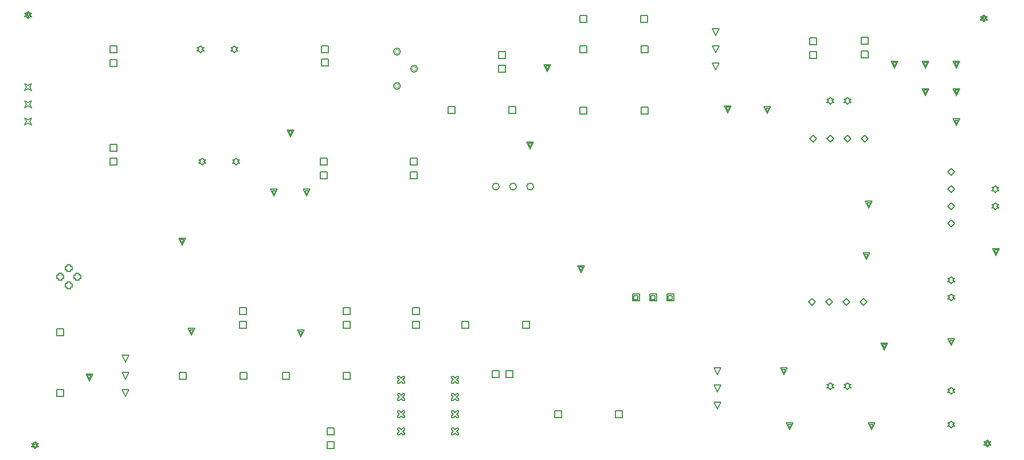
<source format=gbr>
%TF.GenerationSoftware,Altium Limited,Altium Designer,21.2.2 (38)*%
G04 Layer_Color=2752767*
%FSLAX26Y26*%
%MOIN*%
%TF.SameCoordinates,77551777-079B-400F-9D4E-00EB0A9A3649*%
%TF.FilePolarity,Positive*%
%TF.FileFunction,Drawing*%
%TF.Part,Single*%
G01*
G75*
%TA.AperFunction,NonConductor*%
%ADD96C,0.005000*%
%ADD97C,0.006667*%
%ADD98C,0.004000*%
D96*
X6725000Y4411260D02*
Y4451260D01*
X6765000D01*
Y4411260D01*
X6725000D01*
Y4490000D02*
Y4530000D01*
X6765000D01*
Y4490000D01*
X6725000D01*
X7025000Y4415000D02*
Y4455000D01*
X7065000D01*
Y4415000D01*
X7025000D01*
Y4493740D02*
Y4533740D01*
X7065000D01*
Y4493740D01*
X7025000D01*
X6190000Y2570000D02*
X6170000Y2610000D01*
X6210000D01*
X6190000Y2570000D01*
Y2470000D02*
X6170000Y2510000D01*
X6210000D01*
X6190000Y2470000D01*
Y2370000D02*
X6170000Y2410000D01*
X6210000D01*
X6190000Y2370000D01*
X7550000Y3000000D02*
X7560000Y3010000D01*
X7570000D01*
X7560000Y3020000D01*
X7570000Y3030000D01*
X7560000D01*
X7550000Y3040000D01*
X7540000Y3030000D01*
X7530000D01*
X7540000Y3020000D01*
X7530000Y3010000D01*
X7540000D01*
X7550000Y3000000D01*
Y3100000D02*
X7560000Y3110000D01*
X7570000D01*
X7560000Y3120000D01*
X7570000Y3130000D01*
X7560000D01*
X7550000Y3140000D01*
X7540000Y3130000D01*
X7530000D01*
X7540000Y3120000D01*
X7530000Y3110000D01*
X7540000D01*
X7550000Y3100000D01*
X3181575Y4445000D02*
X3191575Y4455000D01*
X3201575D01*
X3191575Y4465000D01*
X3201575Y4475000D01*
X3191575D01*
X3181575Y4485000D01*
X3171575Y4475000D01*
X3161575D01*
X3171575Y4465000D01*
X3161575Y4455000D01*
X3171575D01*
X3181575Y4445000D01*
X3378425D02*
X3388425Y4455000D01*
X3398425D01*
X3388425Y4465000D01*
X3398425Y4475000D01*
X3388425D01*
X3378425Y4485000D01*
X3368425Y4475000D01*
X3358425D01*
X3368425Y4465000D01*
X3358425Y4455000D01*
X3368425D01*
X3378425Y4445000D01*
X4915549Y4410191D02*
Y4450191D01*
X4955549D01*
Y4410191D01*
X4915549D01*
X3880000Y3710000D02*
Y3750000D01*
X3920000D01*
Y3710000D01*
X3880000D01*
Y3788740D02*
Y3828740D01*
X3920000D01*
Y3788740D01*
X3880000D01*
X3885000Y4445000D02*
Y4485000D01*
X3925000D01*
Y4445000D01*
X3885000D01*
Y4366260D02*
Y4406260D01*
X3925000D01*
Y4366260D01*
X3885000D01*
X3388425Y3790000D02*
X3398425Y3800000D01*
X3408425D01*
X3398425Y3810000D01*
X3408425Y3820000D01*
X3398425D01*
X3388425Y3830000D01*
X3378425Y3820000D01*
X3368425D01*
X3378425Y3810000D01*
X3368425Y3800000D01*
X3378425D01*
X3388425Y3790000D01*
X3191575D02*
X3201575Y3800000D01*
X3211575D01*
X3201575Y3810000D01*
X3211575Y3820000D01*
X3201575D01*
X3191575Y3830000D01*
X3181575Y3820000D01*
X3171575D01*
X3181575Y3810000D01*
X3171575Y3800000D01*
X3181575D01*
X3191575Y3790000D01*
X2655000Y4443740D02*
Y4483740D01*
X2695000D01*
Y4443740D01*
X2655000D01*
Y4365000D02*
Y4405000D01*
X2695000D01*
Y4365000D01*
X2655000D01*
Y3870000D02*
Y3910000D01*
X2695000D01*
Y3870000D01*
X2655000D01*
Y3791260D02*
Y3831260D01*
X2695000D01*
Y3791260D01*
X2655000D01*
X2160000Y4225000D02*
X2170000Y4245000D01*
X2160000Y4265000D01*
X2180000Y4255000D01*
X2200000Y4265000D01*
X2190000Y4245000D01*
X2200000Y4225000D01*
X2180000Y4235000D01*
X2160000Y4225000D01*
Y4125000D02*
X2170000Y4145000D01*
X2160000Y4165000D01*
X2180000Y4155000D01*
X2200000Y4165000D01*
X2190000Y4145000D01*
X2200000Y4125000D01*
X2180000Y4135000D01*
X2160000Y4125000D01*
Y4025000D02*
X2170000Y4045000D01*
X2160000Y4065000D01*
X2180000Y4055000D01*
X2200000Y4065000D01*
X2190000Y4045000D01*
X2200000Y4025000D01*
X2180000Y4035000D01*
X2160000Y4025000D01*
X2355000Y3130000D02*
Y3120000D01*
X2375000D01*
Y3130000D01*
X2385000D01*
Y3150000D01*
X2375000D01*
Y3160000D01*
X2355000D01*
Y3150000D01*
X2345000D01*
Y3130000D01*
X2355000D01*
X2405000Y3180000D02*
Y3170000D01*
X2425000D01*
Y3180000D01*
X2435000D01*
Y3200000D01*
X2425000D01*
Y3210000D01*
X2405000D01*
Y3200000D01*
X2395000D01*
Y3180000D01*
X2405000D01*
X2455000Y3130000D02*
Y3120000D01*
X2475000D01*
Y3130000D01*
X2485000D01*
Y3150000D01*
X2475000D01*
Y3160000D01*
X2455000D01*
Y3150000D01*
X2445000D01*
Y3130000D01*
X2455000D01*
X2405000Y3080000D02*
Y3070000D01*
X2425000D01*
Y3080000D01*
X2435000D01*
Y3100000D01*
X2425000D01*
Y3110000D01*
X2405000D01*
Y3100000D01*
X2395000D01*
Y3080000D01*
X2405000D01*
X2745514Y2644117D02*
X2725514Y2684117D01*
X2765514D01*
X2745514Y2644117D01*
Y2544117D02*
X2725514Y2584117D01*
X2765514D01*
X2745514Y2544117D01*
Y2444117D02*
X2725514Y2484117D01*
X2765514D01*
X2745514Y2444117D01*
X2345000Y2797165D02*
Y2837165D01*
X2385000D01*
Y2797165D01*
X2345000D01*
Y2442835D02*
Y2482835D01*
X2385000D01*
Y2442835D01*
X2345000D01*
X3410000Y2840000D02*
Y2880000D01*
X3450000D01*
Y2840000D01*
X3410000D01*
Y2918740D02*
Y2958740D01*
X3450000D01*
Y2918740D01*
X3410000D01*
X3657835Y2545000D02*
Y2585000D01*
X3697835D01*
Y2545000D01*
X3657835D01*
X4012165D02*
Y2585000D01*
X4052165D01*
Y2545000D01*
X4012165D01*
X5057165Y2840000D02*
Y2880000D01*
X5097165D01*
Y2840000D01*
X5057165D01*
X4702835D02*
Y2880000D01*
X4742835D01*
Y2840000D01*
X4702835D01*
X4414078D02*
Y2880000D01*
X4454078D01*
Y2840000D01*
X4414078D01*
Y2918740D02*
Y2958740D01*
X4454078D01*
Y2918740D01*
X4414078D01*
X4977165Y4090000D02*
Y4130000D01*
X5017165D01*
Y4090000D01*
X4977165D01*
X4622835D02*
Y4130000D01*
X4662835D01*
Y4090000D01*
X4622835D01*
X4402300Y3711187D02*
Y3751187D01*
X4442300D01*
Y3711187D01*
X4402300D01*
Y3789927D02*
Y3829927D01*
X4442300D01*
Y3789927D01*
X4402300D01*
X4958740Y2553822D02*
Y2593822D01*
X4998740D01*
Y2553822D01*
X4958740D01*
X4880000D02*
Y2593822D01*
X4920000D01*
Y2553822D01*
X4880000D01*
X4641952Y2520750D02*
X4651952D01*
X4661952Y2530750D01*
X4671952Y2520750D01*
X4681952D01*
Y2530750D01*
X4671952Y2540750D01*
X4681952Y2550750D01*
Y2560750D01*
X4671952D01*
X4661952Y2550750D01*
X4651952Y2560750D01*
X4641952D01*
Y2550750D01*
X4651952Y2540750D01*
X4641952Y2530750D01*
Y2520750D01*
Y2420750D02*
X4651952D01*
X4661952Y2430750D01*
X4671952Y2420750D01*
X4681952D01*
Y2430750D01*
X4671952Y2440750D01*
X4681952Y2450750D01*
Y2460750D01*
X4671952D01*
X4661952Y2450750D01*
X4651952Y2460750D01*
X4641952D01*
Y2450750D01*
X4651952Y2440750D01*
X4641952Y2430750D01*
Y2420750D01*
Y2320750D02*
X4651952D01*
X4661952Y2330750D01*
X4671952Y2320750D01*
X4681952D01*
Y2330750D01*
X4671952Y2340750D01*
X4681952Y2350750D01*
Y2360750D01*
X4671952D01*
X4661952Y2350750D01*
X4651952Y2360750D01*
X4641952D01*
Y2350750D01*
X4651952Y2340750D01*
X4641952Y2330750D01*
Y2320750D01*
Y2220750D02*
X4651952D01*
X4661952Y2230750D01*
X4671952Y2220750D01*
X4681952D01*
Y2230750D01*
X4671952Y2240750D01*
X4681952Y2250750D01*
Y2260750D01*
X4671952D01*
X4661952Y2250750D01*
X4651952Y2260750D01*
X4641952D01*
Y2250750D01*
X4651952Y2240750D01*
X4641952Y2230750D01*
Y2220750D01*
X4329433D02*
X4339433D01*
X4349433Y2230750D01*
X4359433Y2220750D01*
X4369433D01*
Y2230750D01*
X4359433Y2240750D01*
X4369433Y2250750D01*
Y2260750D01*
X4359433D01*
X4349433Y2250750D01*
X4339433Y2260750D01*
X4329433D01*
Y2250750D01*
X4339433Y2240750D01*
X4329433Y2230750D01*
Y2220750D01*
Y2320750D02*
X4339433D01*
X4349433Y2330750D01*
X4359433Y2320750D01*
X4369433D01*
Y2330750D01*
X4359433Y2340750D01*
X4369433Y2350750D01*
Y2360750D01*
X4359433D01*
X4349433Y2350750D01*
X4339433Y2360750D01*
X4329433D01*
Y2350750D01*
X4339433Y2340750D01*
X4329433Y2330750D01*
Y2320750D01*
Y2420750D02*
X4339433D01*
X4349433Y2430750D01*
X4359433Y2420750D01*
X4369433D01*
Y2430750D01*
X4359433Y2440750D01*
X4369433Y2450750D01*
Y2460750D01*
X4359433D01*
X4349433Y2450750D01*
X4339433Y2460750D01*
X4329433D01*
Y2450750D01*
X4339433Y2440750D01*
X4329433Y2430750D01*
Y2420750D01*
Y2520750D02*
X4339433D01*
X4349433Y2530750D01*
X4359433Y2520750D01*
X4369433D01*
Y2530750D01*
X4359433Y2540750D01*
X4369433Y2550750D01*
Y2560750D01*
X4359433D01*
X4349433Y2550750D01*
X4339433Y2560750D01*
X4329433D01*
Y2550750D01*
X4339433Y2540750D01*
X4329433Y2530750D01*
Y2520750D01*
X5241725Y2321592D02*
Y2361592D01*
X5281725D01*
Y2321592D01*
X5241725D01*
X5596056D02*
Y2361592D01*
X5636056D01*
Y2321592D01*
X5596056D01*
X7020000Y2995000D02*
X7040000Y3015000D01*
X7060000Y2995000D01*
X7040000Y2975000D01*
X7020000Y2995000D01*
X6920000D02*
X6940000Y3015000D01*
X6960000Y2995000D01*
X6940000Y2975000D01*
X6920000Y2995000D01*
X6820000D02*
X6840000Y3015000D01*
X6860000Y2995000D01*
X6840000Y2975000D01*
X6820000Y2995000D01*
X6720000D02*
X6740000Y3015000D01*
X6760000Y2995000D01*
X6740000Y2975000D01*
X6720000Y2995000D01*
X7530000Y3750000D02*
X7550000Y3770000D01*
X7570000Y3750000D01*
X7550000Y3730000D01*
X7530000Y3750000D01*
Y3650000D02*
X7550000Y3670000D01*
X7570000Y3650000D01*
X7550000Y3630000D01*
X7530000Y3650000D01*
Y3550000D02*
X7550000Y3570000D01*
X7570000Y3550000D01*
X7550000Y3530000D01*
X7530000Y3550000D01*
Y3450000D02*
X7550000Y3470000D01*
X7570000Y3450000D01*
X7550000Y3430000D01*
X7530000Y3450000D01*
X6845000Y4145000D02*
X6855000Y4155000D01*
X6865000D01*
X6855000Y4165000D01*
X6865000Y4175000D01*
X6855000D01*
X6845000Y4185000D01*
X6835000Y4175000D01*
X6825000D01*
X6835000Y4165000D01*
X6825000Y4155000D01*
X6835000D01*
X6845000Y4145000D01*
X6945000D02*
X6955000Y4155000D01*
X6965000D01*
X6955000Y4165000D01*
X6965000Y4175000D01*
X6955000D01*
X6945000Y4185000D01*
X6935000Y4175000D01*
X6925000D01*
X6935000Y4165000D01*
X6925000Y4155000D01*
X6935000D01*
X6945000Y4145000D01*
X7550000Y2458425D02*
X7560000Y2468425D01*
X7570000D01*
X7560000Y2478425D01*
X7570000Y2488425D01*
X7560000D01*
X7550000Y2498425D01*
X7540000Y2488425D01*
X7530000D01*
X7540000Y2478425D01*
X7530000Y2468425D01*
X7540000D01*
X7550000Y2458425D01*
Y2261575D02*
X7560000Y2271575D01*
X7570000D01*
X7560000Y2281575D01*
X7570000Y2291575D01*
X7560000D01*
X7550000Y2301575D01*
X7540000Y2291575D01*
X7530000D01*
X7540000Y2281575D01*
X7530000Y2271575D01*
X7540000D01*
X7550000Y2261575D01*
X6945000Y2485000D02*
X6955000Y2495000D01*
X6965000D01*
X6955000Y2505000D01*
X6965000Y2515000D01*
X6955000D01*
X6945000Y2525000D01*
X6935000Y2515000D01*
X6925000D01*
X6935000Y2505000D01*
X6925000Y2495000D01*
X6935000D01*
X6945000Y2485000D01*
X6845000D02*
X6855000Y2495000D01*
X6865000D01*
X6855000Y2505000D01*
X6865000Y2515000D01*
X6855000D01*
X6845000Y2525000D01*
X6835000Y2515000D01*
X6825000D01*
X6835000Y2505000D01*
X6825000Y2495000D01*
X6835000D01*
X6845000Y2485000D01*
X7805000Y3530000D02*
X7815000Y3540000D01*
X7825000D01*
X7815000Y3550000D01*
X7825000Y3560000D01*
X7815000D01*
X7805000Y3570000D01*
X7795000Y3560000D01*
X7785000D01*
X7795000Y3550000D01*
X7785000Y3540000D01*
X7795000D01*
X7805000Y3530000D01*
Y3630000D02*
X7815000Y3640000D01*
X7825000D01*
X7815000Y3650000D01*
X7825000Y3660000D01*
X7815000D01*
X7805000Y3670000D01*
X7795000Y3660000D01*
X7785000D01*
X7795000Y3650000D01*
X7785000Y3640000D01*
X7795000D01*
X7805000Y3630000D01*
X5895000Y3000000D02*
Y3040000D01*
X5935000D01*
Y3000000D01*
X5895000D01*
X5903000Y3008000D02*
Y3032000D01*
X5927000D01*
Y3008000D01*
X5903000D01*
X5795000Y3000000D02*
Y3040000D01*
X5835000D01*
Y3000000D01*
X5795000D01*
X5803000Y3008000D02*
Y3032000D01*
X5827000D01*
Y3008000D01*
X5803000D01*
X5695000Y3000000D02*
Y3040000D01*
X5735000D01*
Y3000000D01*
X5695000D01*
X5703000Y3008000D02*
Y3032000D01*
X5727000D01*
Y3008000D01*
X5703000D01*
X4012316Y2840000D02*
Y2880000D01*
X4052316D01*
Y2840000D01*
X4012316D01*
Y2918740D02*
Y2958740D01*
X4052316D01*
Y2918740D01*
X4012316D01*
X3919646Y2218759D02*
Y2258759D01*
X3959646D01*
Y2218759D01*
X3919646D01*
Y2140019D02*
Y2180019D01*
X3959646D01*
Y2140019D01*
X3919646D01*
X3057835Y2545000D02*
Y2585000D01*
X3097835D01*
Y2545000D01*
X3057835D01*
X3412165D02*
Y2585000D01*
X3452165D01*
Y2545000D01*
X3412165D01*
X4915549Y4331451D02*
Y4371451D01*
X4955549D01*
Y4331451D01*
X4915549D01*
X5745000Y4087835D02*
Y4127835D01*
X5785000D01*
Y4087835D01*
X5745000D01*
Y4442165D02*
Y4482165D01*
X5785000D01*
Y4442165D01*
X5745000D01*
X5743786Y4620578D02*
Y4660578D01*
X5783786D01*
Y4620578D01*
X5743786D01*
X5389455D02*
Y4660578D01*
X5429455D01*
Y4620578D01*
X5389455D01*
X5388108Y4442165D02*
Y4482165D01*
X5428108D01*
Y4442165D01*
X5388108D01*
Y4087835D02*
Y4127835D01*
X5428108D01*
Y4087835D01*
X5388108D01*
X6180000Y4345000D02*
X6160000Y4385000D01*
X6200000D01*
X6180000Y4345000D01*
Y4445000D02*
X6160000Y4485000D01*
X6200000D01*
X6180000Y4445000D01*
Y4545000D02*
X6160000Y4585000D01*
X6200000D01*
X6180000Y4545000D01*
X6725000Y3945000D02*
X6745000Y3965000D01*
X6765000Y3945000D01*
X6745000Y3925000D01*
X6725000Y3945000D01*
X6825000D02*
X6845000Y3965000D01*
X6865000Y3945000D01*
X6845000Y3925000D01*
X6825000Y3945000D01*
X6925000D02*
X6945000Y3965000D01*
X6965000Y3945000D01*
X6945000Y3925000D01*
X6925000Y3945000D01*
X7025000D02*
X7045000Y3965000D01*
X7065000Y3945000D01*
X7045000Y3925000D01*
X7025000Y3945000D01*
X5395000Y3165000D02*
X5375000Y3205000D01*
X5415000D01*
X5395000Y3165000D01*
Y3173000D02*
X5383000Y3197000D01*
X5407000D01*
X5395000Y3173000D01*
X7055000Y3240000D02*
X7035000Y3280000D01*
X7075000D01*
X7055000Y3240000D01*
Y3248000D02*
X7043000Y3272000D01*
X7067000D01*
X7055000Y3248000D01*
X5100000Y3885000D02*
X5080000Y3925000D01*
X5120000D01*
X5100000Y3885000D01*
Y3893000D02*
X5088000Y3917000D01*
X5112000D01*
X5100000Y3893000D01*
X5200000Y4335000D02*
X5180000Y4375000D01*
X5220000D01*
X5200000Y4335000D01*
Y4343000D02*
X5188000Y4367000D01*
X5212000D01*
X5200000Y4343000D01*
X2535000Y2535000D02*
X2515000Y2575000D01*
X2555000D01*
X2535000Y2535000D01*
Y2543000D02*
X2523000Y2567000D01*
X2547000D01*
X2535000Y2543000D01*
X3075000Y3325000D02*
X3055000Y3365000D01*
X3095000D01*
X3075000Y3325000D01*
Y3333000D02*
X3063000Y3357000D01*
X3087000D01*
X3075000Y3333000D01*
X3130000Y2800000D02*
X3110000Y2840000D01*
X3150000D01*
X3130000Y2800000D01*
Y2808000D02*
X3118000Y2832000D01*
X3142000D01*
X3130000Y2808000D01*
X6480000Y4090000D02*
X6460000Y4130000D01*
X6500000D01*
X6480000Y4090000D01*
Y4098000D02*
X6468000Y4122000D01*
X6492000D01*
X6480000Y4098000D01*
X6250000Y4095000D02*
X6230000Y4135000D01*
X6270000D01*
X6250000Y4095000D01*
Y4103000D02*
X6238000Y4127000D01*
X6262000D01*
X6250000Y4103000D01*
X7070000Y3540000D02*
X7050000Y3580000D01*
X7090000D01*
X7070000Y3540000D01*
Y3548000D02*
X7058000Y3572000D01*
X7082000D01*
X7070000Y3548000D01*
X6610000Y2250000D02*
X6590000Y2290000D01*
X6630000D01*
X6610000Y2250000D01*
Y2258000D02*
X6598000Y2282000D01*
X6622000D01*
X6610000Y2258000D01*
X7085000Y2250000D02*
X7065000Y2290000D01*
X7105000D01*
X7085000Y2250000D01*
Y2258000D02*
X7073000Y2282000D01*
X7097000D01*
X7085000Y2258000D01*
X7550000Y2740000D02*
X7530000Y2780000D01*
X7570000D01*
X7550000Y2740000D01*
Y2748000D02*
X7538000Y2772000D01*
X7562000D01*
X7550000Y2748000D01*
X7220000Y4355000D02*
X7200000Y4395000D01*
X7240000D01*
X7220000Y4355000D01*
Y4363000D02*
X7208000Y4387000D01*
X7232000D01*
X7220000Y4363000D01*
X7400000Y4195000D02*
X7380000Y4235000D01*
X7420000D01*
X7400000Y4195000D01*
Y4203000D02*
X7388000Y4227000D01*
X7412000D01*
X7400000Y4203000D01*
Y4355000D02*
X7380000Y4395000D01*
X7420000D01*
X7400000Y4355000D01*
Y4363000D02*
X7388000Y4387000D01*
X7412000D01*
X7400000Y4363000D01*
X7580000Y4355000D02*
X7560000Y4395000D01*
X7600000D01*
X7580000Y4355000D01*
Y4363000D02*
X7568000Y4387000D01*
X7592000D01*
X7580000Y4363000D01*
Y4195000D02*
X7560000Y4235000D01*
X7600000D01*
X7580000Y4195000D01*
Y4203000D02*
X7568000Y4227000D01*
X7592000D01*
X7580000Y4203000D01*
X7810000Y3265000D02*
X7790000Y3305000D01*
X7830000D01*
X7810000Y3265000D01*
Y3273000D02*
X7798000Y3297000D01*
X7822000D01*
X7810000Y3273000D01*
X7160000Y2715000D02*
X7140000Y2755000D01*
X7180000D01*
X7160000Y2715000D01*
Y2723000D02*
X7148000Y2747000D01*
X7172000D01*
X7160000Y2723000D01*
X6575000Y2570000D02*
X6555000Y2610000D01*
X6595000D01*
X6575000Y2570000D01*
Y2578000D02*
X6563000Y2602000D01*
X6587000D01*
X6575000Y2578000D01*
X7580000Y4020000D02*
X7560000Y4060000D01*
X7600000D01*
X7580000Y4020000D01*
Y4028000D02*
X7568000Y4052000D01*
X7592000D01*
X7580000Y4028000D01*
X7740000Y4625000D02*
X7750000Y4635000D01*
X7760000D01*
X7750000Y4645000D01*
X7760000Y4655000D01*
X7750000D01*
X7740000Y4665000D01*
X7730000Y4655000D01*
X7720000D01*
X7730000Y4645000D01*
X7720000Y4635000D01*
X7730000D01*
X7740000Y4625000D01*
Y4633000D02*
X7746000Y4639000D01*
X7752000D01*
X7746000Y4645000D01*
X7752000Y4651000D01*
X7746000D01*
X7740000Y4657000D01*
X7734000Y4651000D01*
X7728000D01*
X7734000Y4645000D01*
X7728000Y4639000D01*
X7734000D01*
X7740000Y4633000D01*
X7760000Y2150000D02*
X7770000Y2160000D01*
X7780000D01*
X7770000Y2170000D01*
X7780000Y2180000D01*
X7770000D01*
X7760000Y2190000D01*
X7750000Y2180000D01*
X7740000D01*
X7750000Y2170000D01*
X7740000Y2160000D01*
X7750000D01*
X7760000Y2150000D01*
Y2158000D02*
X7766000Y2164000D01*
X7772000D01*
X7766000Y2170000D01*
X7772000Y2176000D01*
X7766000D01*
X7760000Y2182000D01*
X7754000Y2176000D01*
X7748000D01*
X7754000Y2170000D01*
X7748000Y2164000D01*
X7754000D01*
X7760000Y2158000D01*
X2220000Y2140000D02*
X2230000Y2150000D01*
X2240000D01*
X2230000Y2160000D01*
X2240000Y2170000D01*
X2230000D01*
X2220000Y2180000D01*
X2210000Y2170000D01*
X2200000D01*
X2210000Y2160000D01*
X2200000Y2150000D01*
X2210000D01*
X2220000Y2140000D01*
Y2148000D02*
X2226000Y2154000D01*
X2232000D01*
X2226000Y2160000D01*
X2232000Y2166000D01*
X2226000D01*
X2220000Y2172000D01*
X2214000Y2166000D01*
X2208000D01*
X2214000Y2160000D01*
X2208000Y2154000D01*
X2214000D01*
X2220000Y2148000D01*
X2180000Y4645000D02*
X2190000Y4655000D01*
X2200000D01*
X2190000Y4665000D01*
X2200000Y4675000D01*
X2190000D01*
X2180000Y4685000D01*
X2170000Y4675000D01*
X2160000D01*
X2170000Y4665000D01*
X2160000Y4655000D01*
X2170000D01*
X2180000Y4645000D01*
Y4653000D02*
X2186000Y4659000D01*
X2192000D01*
X2186000Y4665000D01*
X2192000Y4671000D01*
X2186000D01*
X2180000Y4677000D01*
X2174000Y4671000D01*
X2168000D01*
X2174000Y4665000D01*
X2168000Y4659000D01*
X2174000D01*
X2180000Y4653000D01*
X3610000Y3610000D02*
X3590000Y3650000D01*
X3630000D01*
X3610000Y3610000D01*
Y3618000D02*
X3598000Y3642000D01*
X3622000D01*
X3610000Y3618000D01*
X3800000Y3610000D02*
X3780000Y3650000D01*
X3820000D01*
X3800000Y3610000D01*
Y3618000D02*
X3788000Y3642000D01*
X3812000D01*
X3800000Y3618000D01*
X3705000Y3955000D02*
X3685000Y3995000D01*
X3725000D01*
X3705000Y3955000D01*
Y3963000D02*
X3693000Y3987000D01*
X3717000D01*
X3705000Y3963000D01*
X3765000Y2790000D02*
X3745000Y2830000D01*
X3785000D01*
X3765000Y2790000D01*
Y2798000D02*
X3753000Y2822000D01*
X3777000D01*
X3765000Y2798000D01*
D97*
X4920000Y3665000D02*
G03*
X4920000Y3665000I-20000J0D01*
G01*
X5020000D02*
G03*
X5020000Y3665000I-20000J0D01*
G01*
X5120000D02*
G03*
X5120000Y3665000I-20000J0D01*
G01*
X4345000Y4250197D02*
G03*
X4345000Y4250197I-20000J0D01*
G01*
X4444803Y4350118D02*
G03*
X4444803Y4350118I-20000J0D01*
G01*
X4345000Y4450000D02*
G03*
X4345000Y4450000I-20000J0D01*
G01*
D98*
X4337000Y4250197D02*
G03*
X4337000Y4250197I-12000J0D01*
G01*
X4436803Y4350118D02*
G03*
X4436803Y4350118I-12000J0D01*
G01*
X4337000Y4450000D02*
G03*
X4337000Y4450000I-12000J0D01*
G01*
%TF.MD5,1118c626f1184d261efc24904187925f*%
M02*

</source>
